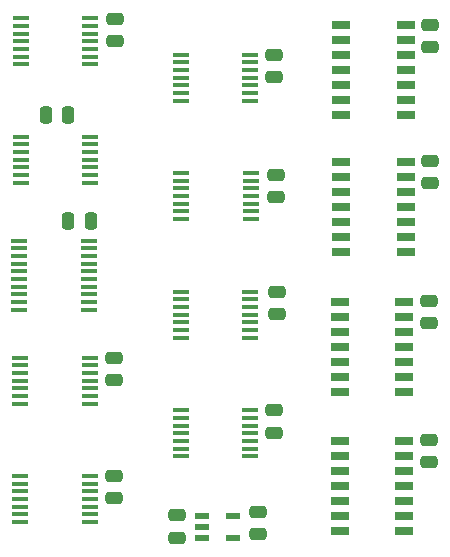
<source format=gtp>
%TF.GenerationSoftware,KiCad,Pcbnew,9.0.4*%
%TF.CreationDate,2025-09-20T13:47:25+02:00*%
%TF.ProjectId,Main Memory Abort,4d61696e-204d-4656-9d6f-72792041626f,V0*%
%TF.SameCoordinates,Original*%
%TF.FileFunction,Paste,Top*%
%TF.FilePolarity,Positive*%
%FSLAX46Y46*%
G04 Gerber Fmt 4.6, Leading zero omitted, Abs format (unit mm)*
G04 Created by KiCad (PCBNEW 9.0.4) date 2025-09-20 13:47:25*
%MOMM*%
%LPD*%
G01*
G04 APERTURE LIST*
G04 Aperture macros list*
%AMRoundRect*
0 Rectangle with rounded corners*
0 $1 Rounding radius*
0 $2 $3 $4 $5 $6 $7 $8 $9 X,Y pos of 4 corners*
0 Add a 4 corners polygon primitive as box body*
4,1,4,$2,$3,$4,$5,$6,$7,$8,$9,$2,$3,0*
0 Add four circle primitives for the rounded corners*
1,1,$1+$1,$2,$3*
1,1,$1+$1,$4,$5*
1,1,$1+$1,$6,$7*
1,1,$1+$1,$8,$9*
0 Add four rect primitives between the rounded corners*
20,1,$1+$1,$2,$3,$4,$5,0*
20,1,$1+$1,$4,$5,$6,$7,0*
20,1,$1+$1,$6,$7,$8,$9,0*
20,1,$1+$1,$8,$9,$2,$3,0*%
G04 Aperture macros list end*
%ADD10R,1.550000X0.650000*%
%ADD11RoundRect,0.250000X-0.475000X0.250000X-0.475000X-0.250000X0.475000X-0.250000X0.475000X0.250000X0*%
%ADD12R,1.475000X0.450000*%
%ADD13RoundRect,0.250000X0.250000X0.475000X-0.250000X0.475000X-0.250000X-0.475000X0.250000X-0.475000X0*%
%ADD14RoundRect,0.250000X0.475000X-0.250000X0.475000X0.250000X-0.475000X0.250000X-0.475000X-0.250000X0*%
%ADD15R,1.150000X0.600000*%
G04 APERTURE END LIST*
D10*
%TO.C,IC13*%
X32962000Y2159000D03*
X32962000Y889000D03*
X32962000Y-381000D03*
X32962000Y-1651000D03*
X32962000Y-2921000D03*
X32962000Y-4191000D03*
X32962000Y-5461000D03*
X38412000Y-5461000D03*
X38412000Y-4191000D03*
X38412000Y-2921000D03*
X38412000Y-1651000D03*
X38412000Y-381000D03*
X38412000Y889000D03*
X38412000Y2159000D03*
%TD*%
D11*
%TO.C,C1*%
X40386000Y-32975000D03*
X40386000Y-34875000D03*
%TD*%
%TO.C,C15*%
X13682000Y-36023000D03*
X13682000Y-37923000D03*
%TD*%
D12*
%TO.C,IC2*%
X19397000Y-351000D03*
X19397000Y-1001000D03*
X19397000Y-1651000D03*
X19397000Y-2301000D03*
X19397000Y-2951000D03*
X19397000Y-3601000D03*
X19397000Y-4251000D03*
X25273000Y-4251000D03*
X25273000Y-3601000D03*
X25273000Y-2951000D03*
X25273000Y-2301000D03*
X25273000Y-1651000D03*
X25273000Y-1001000D03*
X25273000Y-351000D03*
%TD*%
%TO.C,IC3*%
X5715000Y-16099000D03*
X5715000Y-16749000D03*
X5715000Y-17399000D03*
X5715000Y-18049000D03*
X5715000Y-18699000D03*
X5715000Y-19349000D03*
X5715000Y-19999000D03*
X5715000Y-20649000D03*
X5715000Y-21299000D03*
X5715000Y-21949000D03*
X11591000Y-21949000D03*
X11591000Y-21299000D03*
X11591000Y-20649000D03*
X11591000Y-19999000D03*
X11591000Y-19349000D03*
X11591000Y-18699000D03*
X11591000Y-18049000D03*
X11591000Y-17399000D03*
X11591000Y-16749000D03*
X11591000Y-16099000D03*
%TD*%
%TO.C,IC8*%
X19414000Y-10369000D03*
X19414000Y-11019000D03*
X19414000Y-11669000D03*
X19414000Y-12319000D03*
X19414000Y-12969000D03*
X19414000Y-13619000D03*
X19414000Y-14269000D03*
X25290000Y-14269000D03*
X25290000Y-13619000D03*
X25290000Y-12969000D03*
X25290000Y-12319000D03*
X25290000Y-11669000D03*
X25290000Y-11019000D03*
X25290000Y-10369000D03*
%TD*%
D11*
%TO.C,C14*%
X27288000Y-30450000D03*
X27288000Y-32350000D03*
%TD*%
D12*
%TO.C,IC10*%
X19397000Y-20417000D03*
X19397000Y-21067000D03*
X19397000Y-21717000D03*
X19397000Y-22367000D03*
X19397000Y-23017000D03*
X19397000Y-23667000D03*
X19397000Y-24317000D03*
X25273000Y-24317000D03*
X25273000Y-23667000D03*
X25273000Y-23017000D03*
X25273000Y-22367000D03*
X25273000Y-21717000D03*
X25273000Y-21067000D03*
X25273000Y-20417000D03*
%TD*%
D13*
%TO.C,C12*%
X9824000Y-5461000D03*
X7924000Y-5461000D03*
%TD*%
D10*
%TO.C,IC15*%
X32835000Y-21251300D03*
X32835000Y-22521300D03*
X32835000Y-23791300D03*
X32835000Y-25061300D03*
X32835000Y-26331300D03*
X32835000Y-27601300D03*
X32835000Y-28871300D03*
X38285000Y-28871300D03*
X38285000Y-27601300D03*
X38285000Y-26331300D03*
X38285000Y-25061300D03*
X38285000Y-23791300D03*
X38285000Y-22521300D03*
X38285000Y-21251300D03*
%TD*%
D13*
%TO.C,C8*%
X11763000Y-14456000D03*
X9863000Y-14456000D03*
%TD*%
D11*
%TO.C,C3*%
X27288000Y-351000D03*
X27288000Y-2251000D03*
%TD*%
D12*
%TO.C,IC9*%
X5808000Y-7291000D03*
X5808000Y-7941000D03*
X5808000Y-8591000D03*
X5808000Y-9241000D03*
X5808000Y-9891000D03*
X5808000Y-10541000D03*
X5808000Y-11191000D03*
X11684000Y-11191000D03*
X11684000Y-10541000D03*
X11684000Y-9891000D03*
X11684000Y-9241000D03*
X11684000Y-8591000D03*
X11684000Y-7941000D03*
X11684000Y-7291000D03*
%TD*%
D10*
%TO.C,IC14*%
X32962000Y-9398000D03*
X32962000Y-10668000D03*
X32962000Y-11938000D03*
X32962000Y-13208000D03*
X32962000Y-14478000D03*
X32962000Y-15748000D03*
X32962000Y-17018000D03*
X38412000Y-17018000D03*
X38412000Y-15748000D03*
X38412000Y-14478000D03*
X38412000Y-13208000D03*
X38412000Y-11938000D03*
X38412000Y-10668000D03*
X38412000Y-9398000D03*
%TD*%
D14*
%TO.C,C10*%
X19080000Y-41254000D03*
X19080000Y-39354000D03*
%TD*%
D10*
%TO.C,IC16*%
X32835000Y-33020000D03*
X32835000Y-34290000D03*
X32835000Y-35560000D03*
X32835000Y-36830000D03*
X32835000Y-38100000D03*
X32835000Y-39370000D03*
X32835000Y-40640000D03*
X38285000Y-40640000D03*
X38285000Y-39370000D03*
X38285000Y-38100000D03*
X38285000Y-36830000D03*
X38285000Y-35560000D03*
X38285000Y-34290000D03*
X38285000Y-33020000D03*
%TD*%
D11*
%TO.C,C11*%
X25908000Y-39071000D03*
X25908000Y-40971000D03*
%TD*%
%TO.C,C9*%
X27559000Y-20402000D03*
X27559000Y-22302000D03*
%TD*%
%TO.C,C6*%
X40386000Y-21164000D03*
X40386000Y-23064000D03*
%TD*%
%TO.C,C4*%
X40513000Y2204000D03*
X40513000Y304000D03*
%TD*%
%TO.C,C2*%
X27432000Y-10496000D03*
X27432000Y-12396000D03*
%TD*%
D12*
%TO.C,IC17*%
X5791000Y-36023000D03*
X5791000Y-36673000D03*
X5791000Y-37323000D03*
X5791000Y-37973000D03*
X5791000Y-38623000D03*
X5791000Y-39273000D03*
X5791000Y-39923000D03*
X11667000Y-39923000D03*
X11667000Y-39273000D03*
X11667000Y-38623000D03*
X11667000Y-37973000D03*
X11667000Y-37323000D03*
X11667000Y-36673000D03*
X11667000Y-36023000D03*
%TD*%
D15*
%TO.C,IC1*%
X21209000Y-39370000D03*
X21209000Y-40320000D03*
X21209000Y-41270000D03*
X23809000Y-41270000D03*
X23809000Y-39370000D03*
%TD*%
D11*
%TO.C,C13*%
X13682000Y-25990000D03*
X13682000Y-27890000D03*
%TD*%
D12*
%TO.C,IC11*%
X5791000Y-25990000D03*
X5791000Y-26640000D03*
X5791000Y-27290000D03*
X5791000Y-27940000D03*
X5791000Y-28590000D03*
X5791000Y-29240000D03*
X5791000Y-29890000D03*
X11667000Y-29890000D03*
X11667000Y-29240000D03*
X11667000Y-28590000D03*
X11667000Y-27940000D03*
X11667000Y-27290000D03*
X11667000Y-26640000D03*
X11667000Y-25990000D03*
%TD*%
D11*
%TO.C,C7*%
X40513000Y-9353000D03*
X40513000Y-11253000D03*
%TD*%
D12*
%TO.C,IC12*%
X19397000Y-30450000D03*
X19397000Y-31100000D03*
X19397000Y-31750000D03*
X19397000Y-32400000D03*
X19397000Y-33050000D03*
X19397000Y-33700000D03*
X19397000Y-34350000D03*
X25273000Y-34350000D03*
X25273000Y-33700000D03*
X25273000Y-33050000D03*
X25273000Y-32400000D03*
X25273000Y-31750000D03*
X25273000Y-31100000D03*
X25273000Y-30450000D03*
%TD*%
%TO.C,IC7*%
X5808000Y2742000D03*
X5808000Y2092000D03*
X5808000Y1442000D03*
X5808000Y792000D03*
X5808000Y142000D03*
X5808000Y-508000D03*
X5808000Y-1158000D03*
X11684000Y-1158000D03*
X11684000Y-508000D03*
X11684000Y142000D03*
X11684000Y792000D03*
X11684000Y1442000D03*
X11684000Y2092000D03*
X11684000Y2742000D03*
%TD*%
D11*
%TO.C,C5*%
X13843000Y2712000D03*
X13843000Y812000D03*
%TD*%
M02*

</source>
